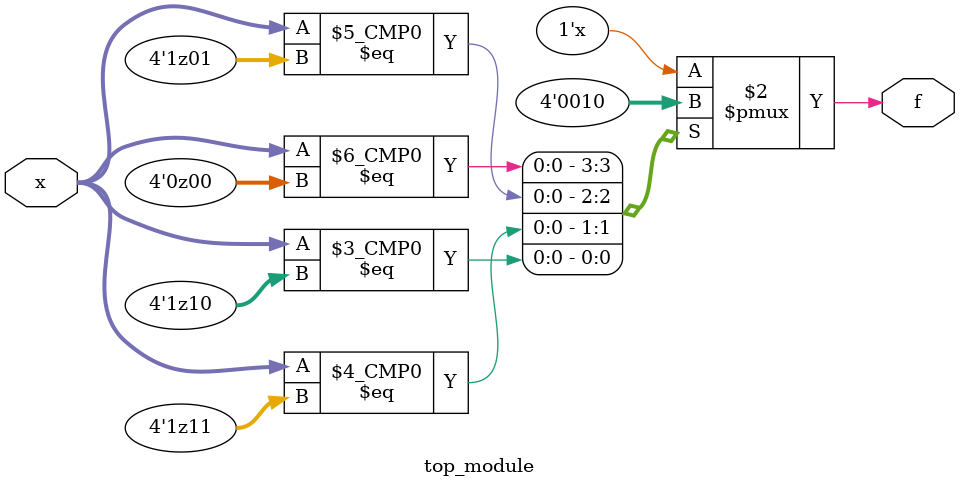
<source format=sv>
module top_module (
	input [4:1] x,
	output logic f
);

always_comb begin
    case (x)
        4'b0?00: f=1'b0;
        4'b0?01: f=1'bx;
        4'b0?11: f=1'bx;
        4'b0?10: f=1'bx;
        4'b1?00: f=1'bx;
        4'b1?01: f=1'b0;
        4'b1?11: f=1'b1;
        4'b1?10: f=1'b0;
        default: f=1'bx;
    endcase
end

endmodule

</source>
